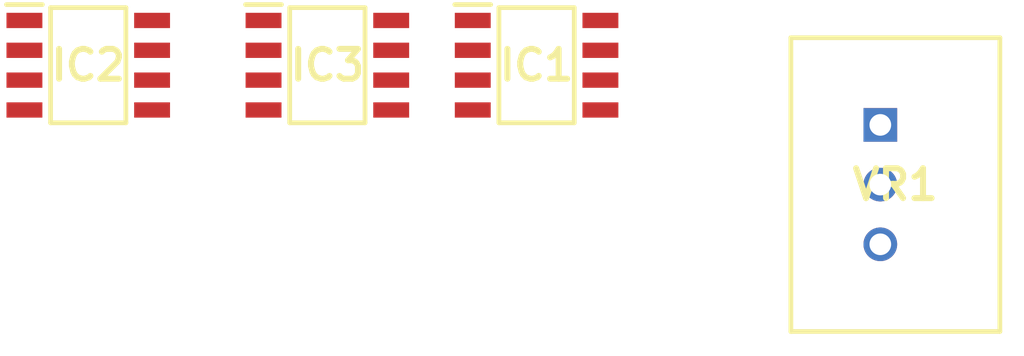
<source format=kicad_pcb>
(kicad_pcb (version 20211014) (generator pcbnew)
  (layers (0 "F.Cu" signal) (31 "B.Cu" signal) (34 "B.Paste" user) (35 "F.Paste" user) (36 "B.SilkS" user "B.Silkscreen") (37 "F.SilkS" user "F.Silkscreen") (38 "B.Mask" user) (39 "F.Mask" user) (44 "Edge.Cuts" user))
  (net 0 "")
  (footprint "SamacSys_Parts:SOIC127P600X175-8N" (layer "F.Cu") (at 115.57 58.42)
    (fp_text reference "IC1" (at 0 0) (layer "F.SilkS") (effects (font (size 1.27 1.27) (thickness 0.254))))
    (fp_text value "ICM7555ISA+T" hide)
    (fp_line (start -1.6 -2.45) (end 1.6 -2.45) (layer "F.SilkS") (width 0.2))
    (fp_line (start -1.6 2.45) (end -1.6 -2.45) (layer "F.SilkS") (width 0.2))
    (fp_line (start -3.475 -2.58) (end -1.95 -2.58) (layer "F.SilkS") (width 0.2))
    (fp_line (start 1.6 2.45) (end -1.6 2.45) (layer "F.SilkS") (width 0.2))
    (fp_line (start 1.6 -2.45) (end 1.6 2.45) (layer "F.SilkS") (width 0.2))
    (pad "1" smd rect locked (at -2.712 -1.905 90) (size 0.65 1.525) (layers "F.Cu" "F.Paste" "F.Mask"))
    (pad "2" smd rect locked (at -2.712 -0.635 90) (size 0.65 1.525) (layers "F.Cu" "F.Paste" "F.Mask"))
    (pad "3" smd rect locked (at -2.712 0.635 90) (size 0.65 1.525) (layers "F.Cu" "F.Paste" "F.Mask"))
    (pad "4" smd rect locked (at -2.712 1.905 90) (size 0.65 1.525) (layers "F.Cu" "F.Paste" "F.Mask"))
    (pad "5" smd rect locked (at 2.712 1.905 90) (size 0.65 1.525) (layers "F.Cu" "F.Paste" "F.Mask"))
    (pad "6" smd rect locked (at 2.712 0.635 90) (size 0.65 1.525) (layers "F.Cu" "F.Paste" "F.Mask"))
    (pad "7" smd rect locked (at 2.712 -0.635 90) (size 0.65 1.525) (layers "F.Cu" "F.Paste" "F.Mask"))
    (pad "8" smd rect locked (at 2.712 -1.905 90) (size 0.65 1.525) (layers "F.Cu" "F.Paste" "F.Mask"))
  )
  (footprint "SamacSys_Parts:SOIC127P600X175-8N" (layer "F.Cu") (at 106.68 58.42)
    (fp_text reference "IC3" (at 0 0) (layer "F.SilkS") (effects (font (size 1.27 1.27) (thickness 0.254))))
    (fp_text value "ICM7555ISA+T" hide)
    (fp_line (start 1.6 -2.45) (end 1.6 2.45) (layer "F.SilkS") (width 0.2))
    (fp_line (start -1.6 2.45) (end -1.6 -2.45) (layer "F.SilkS") (width 0.2))
    (fp_line (start -3.475 -2.58) (end -1.95 -2.58) (layer "F.SilkS") (width 0.2))
    (fp_line (start 1.6 2.45) (end -1.6 2.45) (layer "F.SilkS") (width 0.2))
    (fp_line (start -1.6 -2.45) (end 1.6 -2.45) (layer "F.SilkS") (width 0.2))
    (pad "1" smd rect locked (at -2.712 -1.905 90) (size 0.65 1.525) (layers "F.Cu" "F.Paste" "F.Mask"))
    (pad "2" smd rect locked (at -2.712 -0.635 90) (size 0.65 1.525) (layers "F.Cu" "F.Paste" "F.Mask"))
    (pad "3" smd rect locked (at -2.712 0.635 90) (size 0.65 1.525) (layers "F.Cu" "F.Paste" "F.Mask"))
    (pad "4" smd rect locked (at -2.712 1.905 90) (size 0.65 1.525) (layers "F.Cu" "F.Paste" "F.Mask"))
    (pad "5" smd rect locked (at 2.712 1.905 90) (size 0.65 1.525) (layers "F.Cu" "F.Paste" "F.Mask"))
    (pad "6" smd rect locked (at 2.712 0.635 90) (size 0.65 1.525) (layers "F.Cu" "F.Paste" "F.Mask"))
    (pad "7" smd rect locked (at 2.712 -0.635 90) (size 0.65 1.525) (layers "F.Cu" "F.Paste" "F.Mask"))
    (pad "8" smd rect locked (at 2.712 -1.905 90) (size 0.65 1.525) (layers "F.Cu" "F.Paste" "F.Mask"))
  )
  (footprint "SamacSys_Parts:51AADB24A25L" (layer "F.Cu") (at 130.175 60.96)
    (fp_text reference "VR1" (at 0.635 2.54) (layer "F.SilkS") (effects (font (size 1.27 1.27) (thickness 0.254))))
    (fp_text value "51AAD-B24-A25L" hide)
    (fp_line (start 5.08 8.79) (end -3.8 8.79) (layer "F.SilkS") (width 0.2))
    (fp_line (start -3.8 -3.71) (end 5.08 -3.71) (layer "F.SilkS") (width 0.2))
    (fp_line (start 5.08 -3.71) (end 5.08 8.79) (layer "F.SilkS") (width 0.2))
    (fp_line (start -3.8 8.79) (end -3.8 -3.71) (layer "F.SilkS") (width 0.2))
    (pad "1" thru_hole rect locked (at 0 0) (size 1.431 1.431) (drill 0.92) (layers *.Cu *.Mask))
    (pad "2" thru_hole circle locked (at 0 2.54) (size 1.431 1.431) (drill 0.92) (layers *.Cu *.Mask))
    (pad "3" thru_hole circle locked (at 0 5.08) (size 1.431 1.431) (drill 0.92) (layers *.Cu *.Mask))
  )
  (footprint "SamacSys_Parts:SOIC127P600X175-8N" (layer "F.Cu") (at 96.52 58.42)
    (fp_text reference "IC2" (at 0 0) (layer "F.SilkS") (effects (font (size 1.27 1.27) (thickness 0.254))))
    (fp_text value "ICM7555ISA+T" hide)
    (fp_line (start -3.475 -2.58) (end -1.95 -2.58) (layer "F.SilkS") (width 0.2))
    (fp_line (start -1.6 2.45) (end -1.6 -2.45) (layer "F.SilkS") (width 0.2))
    (fp_line (start -1.6 -2.45) (end 1.6 -2.45) (layer "F.SilkS") (width 0.2))
    (fp_line (start 1.6 -2.45) (end 1.6 2.45) (layer "F.SilkS") (width 0.2))
    (fp_line (start 1.6 2.45) (end -1.6 2.45) (layer "F.SilkS") (width 0.2))
    (pad "1" smd rect locked (at -2.712 -1.905 90) (size 0.65 1.525) (layers "F.Cu" "F.Paste" "F.Mask"))
    (pad "2" smd rect locked (at -2.712 -0.635 90) (size 0.65 1.525) (layers "F.Cu" "F.Paste" "F.Mask"))
    (pad "3" smd rect locked (at -2.712 0.635 90) (size 0.65 1.525) (layers "F.Cu" "F.Paste" "F.Mask"))
    (pad "4" smd rect locked (at -2.712 1.905 90) (size 0.65 1.525) (layers "F.Cu" "F.Paste" "F.Mask"))
    (pad "5" smd rect locked (at 2.712 1.905 90) (size 0.65 1.525) (layers "F.Cu" "F.Paste" "F.Mask"))
    (pad "6" smd rect locked (at 2.712 0.635 90) (size 0.65 1.525) (layers "F.Cu" "F.Paste" "F.Mask"))
    (pad "7" smd rect locked (at 2.712 -0.635 90) (size 0.65 1.525) (layers "F.Cu" "F.Paste" "F.Mask"))
    (pad "8" smd rect locked (at 2.712 -1.905 90) (size 0.65 1.525) (layers "F.Cu" "F.Paste" "F.Mask"))
  )
)
</source>
